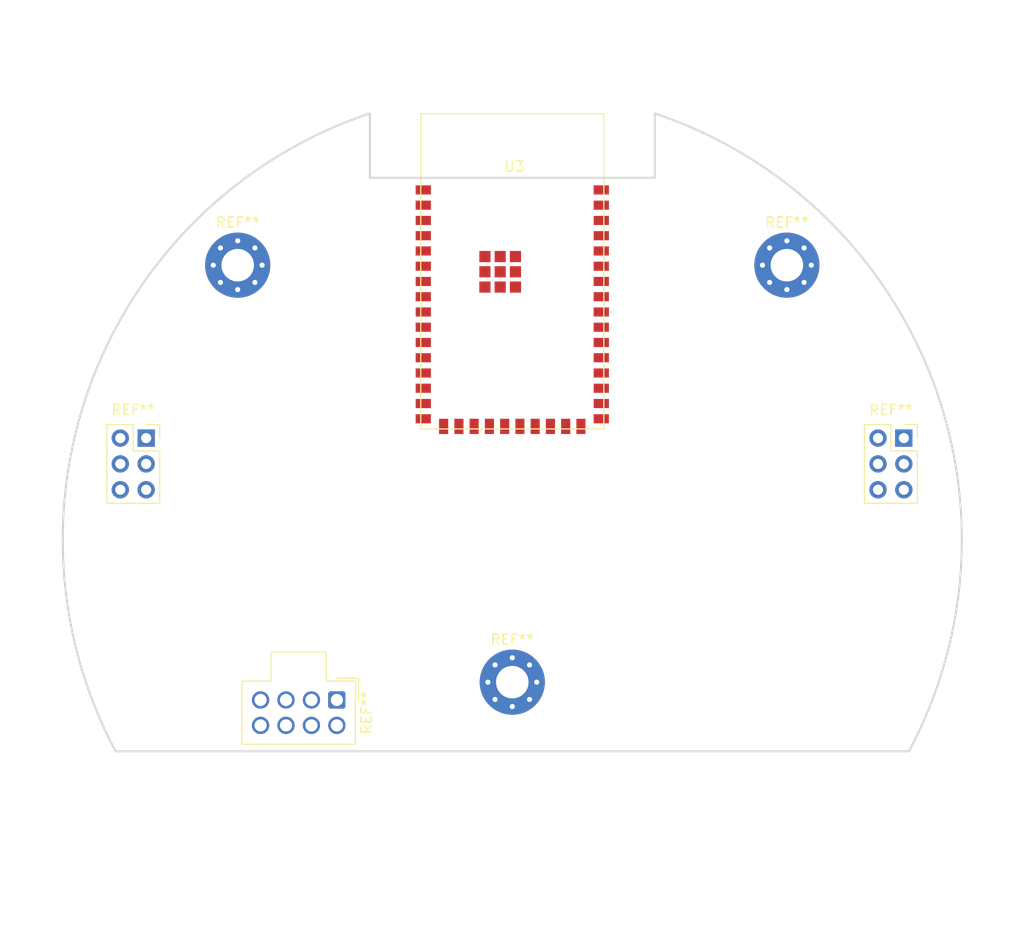
<source format=kicad_pcb>
(kicad_pcb (version 20171130) (host pcbnew "(5.1.10)-1")

  (general
    (thickness 1.6)
    (drawings 11)
    (tracks 0)
    (zones 0)
    (modules 7)
    (nets 41)
  )

  (page A4)
  (layers
    (0 F.Cu signal)
    (31 B.Cu signal)
    (32 B.Adhes user)
    (33 F.Adhes user)
    (34 B.Paste user)
    (35 F.Paste user)
    (36 B.SilkS user)
    (37 F.SilkS user)
    (38 B.Mask user)
    (39 F.Mask user)
    (40 Dwgs.User user)
    (41 Cmts.User user)
    (42 Eco1.User user)
    (43 Eco2.User user)
    (44 Edge.Cuts user)
    (45 Margin user)
    (46 B.CrtYd user)
    (47 F.CrtYd user)
    (48 B.Fab user)
    (49 F.Fab user)
  )

  (setup
    (last_trace_width 0.25)
    (trace_clearance 0.2)
    (zone_clearance 0.508)
    (zone_45_only no)
    (trace_min 0.2)
    (via_size 0.8)
    (via_drill 0.4)
    (via_min_size 0.4)
    (via_min_drill 0.3)
    (uvia_size 0.3)
    (uvia_drill 0.1)
    (uvias_allowed no)
    (uvia_min_size 0.2)
    (uvia_min_drill 0.1)
    (edge_width 0.05)
    (segment_width 0.2)
    (pcb_text_width 0.3)
    (pcb_text_size 1.5 1.5)
    (mod_edge_width 0.12)
    (mod_text_size 1 1)
    (mod_text_width 0.15)
    (pad_size 6.4 6.4)
    (pad_drill 3.2)
    (pad_to_mask_clearance 0.05)
    (aux_axis_origin 0 0)
    (visible_elements 7FFFFFFF)
    (pcbplotparams
      (layerselection 0x010fc_ffffffff)
      (usegerberextensions false)
      (usegerberattributes true)
      (usegerberadvancedattributes true)
      (creategerberjobfile true)
      (excludeedgelayer true)
      (linewidth 0.100000)
      (plotframeref false)
      (viasonmask false)
      (mode 1)
      (useauxorigin false)
      (hpglpennumber 1)
      (hpglpenspeed 20)
      (hpglpendiameter 15.000000)
      (psnegative false)
      (psa4output false)
      (plotreference true)
      (plotvalue true)
      (plotinvisibletext false)
      (padsonsilk false)
      (subtractmaskfromsilk false)
      (outputformat 1)
      (mirror false)
      (drillshape 1)
      (scaleselection 1)
      (outputdirectory ""))
  )

  (net 0 "")
  (net 1 GND)
  (net 2 +3V3)
  (net 3 "Net-(C2-Pad1)")
  (net 4 "Net-(C3-Pad2)")
  (net 5 /EN)
  (net 6 /TMS)
  (net 7 "Net-(R1-Pad1)")
  (net 8 "Net-(R4-Pad1)")
  (net 9 "Net-(R5-Pad1)")
  (net 10 /TCK)
  (net 11 "Net-(U3-Pad31)")
  (net 12 "Net-(U3-Pad27)")
  (net 13 "Net-(U3-Pad30)")
  (net 14 /TDO)
  (net 15 "Net-(U3-Pad28)")
  (net 16 "Net-(U3-Pad32)")
  (net 17 "Net-(U3-Pad37)")
  (net 18 "Net-(U3-Pad29)")
  (net 19 "Net-(U3-Pad38)")
  (net 20 /TDI)
  (net 21 "Net-(U3-Pad39)")
  (net 22 "Net-(U3-Pad40)")
  (net 23 "Net-(U3-Pad25)")
  (net 24 "Net-(U3-Pad24)")
  (net 25 "Net-(U3-Pad20)")
  (net 26 "Net-(U3-Pad17)")
  (net 27 "Net-(U3-Pad15)")
  (net 28 "Net-(U3-Pad16)")
  (net 29 "Net-(U3-Pad13)")
  (net 30 "Net-(U3-Pad14)")
  (net 31 "Net-(U3-Pad11)")
  (net 32 "Net-(U3-Pad12)")
  (net 33 "Net-(U3-Pad9)")
  (net 34 "Net-(U3-Pad10)")
  (net 35 "Net-(U3-Pad7)")
  (net 36 "Net-(U3-Pad8)")
  (net 37 "Net-(U3-Pad5)")
  (net 38 "Net-(U3-Pad6)")
  (net 39 "Net-(U3-Pad3)")
  (net 40 "Net-(U3-Pad4)")

  (net_class Default "This is the default net class."
    (clearance 0.2)
    (trace_width 0.25)
    (via_dia 0.8)
    (via_drill 0.4)
    (uvia_dia 0.3)
    (uvia_drill 0.1)
    (add_net +3V3)
    (add_net /EN)
    (add_net /TCK)
    (add_net /TDI)
    (add_net /TDO)
    (add_net /TMS)
    (add_net GND)
    (add_net "Net-(C2-Pad1)")
    (add_net "Net-(C3-Pad2)")
    (add_net "Net-(R1-Pad1)")
    (add_net "Net-(R4-Pad1)")
    (add_net "Net-(R5-Pad1)")
    (add_net "Net-(U3-Pad10)")
    (add_net "Net-(U3-Pad11)")
    (add_net "Net-(U3-Pad12)")
    (add_net "Net-(U3-Pad13)")
    (add_net "Net-(U3-Pad14)")
    (add_net "Net-(U3-Pad15)")
    (add_net "Net-(U3-Pad16)")
    (add_net "Net-(U3-Pad17)")
    (add_net "Net-(U3-Pad20)")
    (add_net "Net-(U3-Pad24)")
    (add_net "Net-(U3-Pad25)")
    (add_net "Net-(U3-Pad27)")
    (add_net "Net-(U3-Pad28)")
    (add_net "Net-(U3-Pad29)")
    (add_net "Net-(U3-Pad3)")
    (add_net "Net-(U3-Pad30)")
    (add_net "Net-(U3-Pad31)")
    (add_net "Net-(U3-Pad32)")
    (add_net "Net-(U3-Pad37)")
    (add_net "Net-(U3-Pad38)")
    (add_net "Net-(U3-Pad39)")
    (add_net "Net-(U3-Pad4)")
    (add_net "Net-(U3-Pad40)")
    (add_net "Net-(U3-Pad5)")
    (add_net "Net-(U3-Pad6)")
    (add_net "Net-(U3-Pad7)")
    (add_net "Net-(U3-Pad8)")
    (add_net "Net-(U3-Pad9)")
  )

  (module Connector_Molex:Molex_Nano-Fit_105310-xx08_2x04_P2.50mm_Vertical (layer F.Cu) (tedit 5B7830BB) (tstamp 60C94758)
    (at 132.75 115.75 270)
    (descr "Molex Nano-Fit Power Connectors, 105310-xx08, 4 Pins per row (http://www.molex.com/pdm_docs/sd/1053101208_sd.pdf), generated with kicad-footprint-generator")
    (tags "connector Molex Nano-Fit side entry")
    (fp_text reference REF** (at 1.25 -2.92 90) (layer F.SilkS)
      (effects (font (size 1 1) (thickness 0.15)))
    )
    (fp_text value Molex_Nano-Fit_105310-xx08_2x04_P2.50mm_Vertical (at 1.25 10.42 90) (layer F.Fab)
      (effects (font (size 1 1) (thickness 0.15)))
    )
    (fp_line (start 0 -1.012893) (end 0.5 -1.72) (layer F.Fab) (width 0.1))
    (fp_line (start -0.5 -1.72) (end 0 -1.012893) (layer F.Fab) (width 0.1))
    (fp_line (start -2.15 -2.13) (end -2.15 0) (layer F.SilkS) (width 0.12))
    (fp_line (start 0 -2.13) (end -2.15 -2.13) (layer F.SilkS) (width 0.12))
    (fp_line (start -2.02 1.65) (end -4.1 1.65) (layer F.Fab) (width 0.1))
    (fp_line (start -2.02 5.85) (end -2.02 1.65) (layer F.Fab) (width 0.1))
    (fp_line (start -4.1 5.85) (end -2.02 5.85) (layer F.Fab) (width 0.1))
    (fp_line (start -4.1 1.65) (end -4.1 5.85) (layer F.Fab) (width 0.1))
    (fp_line (start -5.1 6.85) (end -5.1 3.75) (layer F.CrtYd) (width 0.05))
    (fp_line (start -2.24 6.85) (end -5.1 6.85) (layer F.CrtYd) (width 0.05))
    (fp_line (start -2.24 9.72) (end -2.24 6.85) (layer F.CrtYd) (width 0.05))
    (fp_line (start 4.74 9.72) (end -2.24 9.72) (layer F.CrtYd) (width 0.05))
    (fp_line (start 4.74 3.75) (end 4.74 9.72) (layer F.CrtYd) (width 0.05))
    (fp_line (start -5.1 0.65) (end -5.1 3.75) (layer F.CrtYd) (width 0.05))
    (fp_line (start -2.24 0.65) (end -5.1 0.65) (layer F.CrtYd) (width 0.05))
    (fp_line (start -2.24 -2.22) (end -2.24 0.65) (layer F.CrtYd) (width 0.05))
    (fp_line (start 4.74 -2.22) (end -2.24 -2.22) (layer F.CrtYd) (width 0.05))
    (fp_line (start 4.74 3.75) (end 4.74 -2.22) (layer F.CrtYd) (width 0.05))
    (fp_line (start -4.71 6.46) (end -4.71 3.75) (layer F.SilkS) (width 0.12))
    (fp_line (start -1.85 6.46) (end -4.71 6.46) (layer F.SilkS) (width 0.12))
    (fp_line (start -1.85 9.33) (end -1.85 6.46) (layer F.SilkS) (width 0.12))
    (fp_line (start 4.35 9.33) (end -1.85 9.33) (layer F.SilkS) (width 0.12))
    (fp_line (start 4.35 3.75) (end 4.35 9.33) (layer F.SilkS) (width 0.12))
    (fp_line (start -4.71 1.04) (end -4.71 3.75) (layer F.SilkS) (width 0.12))
    (fp_line (start -1.85 1.04) (end -4.71 1.04) (layer F.SilkS) (width 0.12))
    (fp_line (start -1.85 -1.83) (end -1.85 1.04) (layer F.SilkS) (width 0.12))
    (fp_line (start 4.35 -1.83) (end -1.85 -1.83) (layer F.SilkS) (width 0.12))
    (fp_line (start 4.35 3.75) (end 4.35 -1.83) (layer F.SilkS) (width 0.12))
    (fp_line (start -4.6 6.35) (end -4.6 3.75) (layer F.Fab) (width 0.1))
    (fp_line (start -1.74 6.35) (end -4.6 6.35) (layer F.Fab) (width 0.1))
    (fp_line (start -1.74 9.22) (end -1.74 6.35) (layer F.Fab) (width 0.1))
    (fp_line (start 4.24 9.22) (end -1.74 9.22) (layer F.Fab) (width 0.1))
    (fp_line (start 4.24 3.75) (end 4.24 9.22) (layer F.Fab) (width 0.1))
    (fp_line (start -4.6 1.15) (end -4.6 3.75) (layer F.Fab) (width 0.1))
    (fp_line (start -1.74 1.15) (end -4.6 1.15) (layer F.Fab) (width 0.1))
    (fp_line (start -1.74 -1.72) (end -1.74 1.15) (layer F.Fab) (width 0.1))
    (fp_line (start 4.24 -1.72) (end -1.74 -1.72) (layer F.Fab) (width 0.1))
    (fp_line (start 4.24 3.75) (end 4.24 -1.72) (layer F.Fab) (width 0.1))
    (fp_text user %R (at 3.54 3.75) (layer F.Fab)
      (effects (font (size 1 1) (thickness 0.15)))
    )
    (pad "" np_thru_hole circle (at -1.34 3.75 270) (size 1.3 1.3) (drill 1.3) (layers *.Cu *.Mask))
    (pad 8 thru_hole circle (at 2.5 7.5 270) (size 1.7 1.7) (drill 1.2) (layers *.Cu *.Mask))
    (pad 7 thru_hole circle (at 2.5 5 270) (size 1.7 1.7) (drill 1.2) (layers *.Cu *.Mask))
    (pad 6 thru_hole circle (at 2.5 2.5 270) (size 1.7 1.7) (drill 1.2) (layers *.Cu *.Mask))
    (pad 5 thru_hole circle (at 2.5 0 270) (size 1.7 1.7) (drill 1.2) (layers *.Cu *.Mask))
    (pad 4 thru_hole circle (at 0 7.5 270) (size 1.7 1.7) (drill 1.2) (layers *.Cu *.Mask))
    (pad 3 thru_hole circle (at 0 5 270) (size 1.7 1.7) (drill 1.2) (layers *.Cu *.Mask))
    (pad 2 thru_hole circle (at 0 2.5 270) (size 1.7 1.7) (drill 1.2) (layers *.Cu *.Mask))
    (pad 1 thru_hole roundrect (at 0 0 270) (size 1.7 1.7) (drill 1.2) (layers *.Cu *.Mask) (roundrect_rratio 0.147059))
    (model ${KISYS3DMOD}/Connector_Molex.3dshapes/Molex_Nano-Fit_105310-xx08_2x04_P2.50mm_Vertical.wrl
      (at (xyz 0 0 0))
      (scale (xyz 1 1 1))
      (rotate (xyz 0 0 0))
    )
  )

  (module Connector_PinSocket_2.54mm:PinSocket_2x03_P2.54mm_Vertical (layer F.Cu) (tedit 5A19A425) (tstamp 60C94079)
    (at 188.5 90)
    (descr "Through hole straight socket strip, 2x03, 2.54mm pitch, double cols (from Kicad 4.0.7), script generated")
    (tags "Through hole socket strip THT 2x03 2.54mm double row")
    (fp_text reference REF** (at -1.27 -2.77) (layer F.SilkS)
      (effects (font (size 1 1) (thickness 0.15)))
    )
    (fp_text value PinSocket_2x03_P2.54mm_Vertical (at -1.27 7.85) (layer F.Fab)
      (effects (font (size 1 1) (thickness 0.15)))
    )
    (fp_line (start -3.81 -1.27) (end 0.27 -1.27) (layer F.Fab) (width 0.1))
    (fp_line (start 0.27 -1.27) (end 1.27 -0.27) (layer F.Fab) (width 0.1))
    (fp_line (start 1.27 -0.27) (end 1.27 6.35) (layer F.Fab) (width 0.1))
    (fp_line (start 1.27 6.35) (end -3.81 6.35) (layer F.Fab) (width 0.1))
    (fp_line (start -3.81 6.35) (end -3.81 -1.27) (layer F.Fab) (width 0.1))
    (fp_line (start -3.87 -1.33) (end -1.27 -1.33) (layer F.SilkS) (width 0.12))
    (fp_line (start -3.87 -1.33) (end -3.87 6.41) (layer F.SilkS) (width 0.12))
    (fp_line (start -3.87 6.41) (end 1.33 6.41) (layer F.SilkS) (width 0.12))
    (fp_line (start 1.33 1.27) (end 1.33 6.41) (layer F.SilkS) (width 0.12))
    (fp_line (start -1.27 1.27) (end 1.33 1.27) (layer F.SilkS) (width 0.12))
    (fp_line (start -1.27 -1.33) (end -1.27 1.27) (layer F.SilkS) (width 0.12))
    (fp_line (start 1.33 -1.33) (end 1.33 0) (layer F.SilkS) (width 0.12))
    (fp_line (start 0 -1.33) (end 1.33 -1.33) (layer F.SilkS) (width 0.12))
    (fp_line (start -4.34 -1.8) (end 1.76 -1.8) (layer F.CrtYd) (width 0.05))
    (fp_line (start 1.76 -1.8) (end 1.76 6.85) (layer F.CrtYd) (width 0.05))
    (fp_line (start 1.76 6.85) (end -4.34 6.85) (layer F.CrtYd) (width 0.05))
    (fp_line (start -4.34 6.85) (end -4.34 -1.8) (layer F.CrtYd) (width 0.05))
    (fp_text user %R (at -1.27 2.54 90) (layer F.Fab)
      (effects (font (size 1 1) (thickness 0.15)))
    )
    (pad 1 thru_hole rect (at 0 0) (size 1.7 1.7) (drill 1) (layers *.Cu *.Mask))
    (pad 2 thru_hole oval (at -2.54 0) (size 1.7 1.7) (drill 1) (layers *.Cu *.Mask))
    (pad 3 thru_hole oval (at 0 2.54) (size 1.7 1.7) (drill 1) (layers *.Cu *.Mask))
    (pad 4 thru_hole oval (at -2.54 2.54) (size 1.7 1.7) (drill 1) (layers *.Cu *.Mask))
    (pad 5 thru_hole oval (at 0 5.08) (size 1.7 1.7) (drill 1) (layers *.Cu *.Mask))
    (pad 6 thru_hole oval (at -2.54 5.08) (size 1.7 1.7) (drill 1) (layers *.Cu *.Mask))
    (model ${KISYS3DMOD}/Connector_PinSocket_2.54mm.3dshapes/PinSocket_2x03_P2.54mm_Vertical.wrl
      (at (xyz 0 0 0))
      (scale (xyz 1 1 1))
      (rotate (xyz 0 0 0))
    )
  )

  (module Connector_PinSocket_2.54mm:PinSocket_2x03_P2.54mm_Vertical (layer F.Cu) (tedit 5A19A425) (tstamp 60C94041)
    (at 114 90)
    (descr "Through hole straight socket strip, 2x03, 2.54mm pitch, double cols (from Kicad 4.0.7), script generated")
    (tags "Through hole socket strip THT 2x03 2.54mm double row")
    (fp_text reference REF** (at -1.27 -2.77) (layer F.SilkS)
      (effects (font (size 1 1) (thickness 0.15)))
    )
    (fp_text value PinSocket_2x03_P2.54mm_Vertical (at -1.27 7.85) (layer F.Fab)
      (effects (font (size 1 1) (thickness 0.15)))
    )
    (fp_line (start -4.34 6.85) (end -4.34 -1.8) (layer F.CrtYd) (width 0.05))
    (fp_line (start 1.76 6.85) (end -4.34 6.85) (layer F.CrtYd) (width 0.05))
    (fp_line (start 1.76 -1.8) (end 1.76 6.85) (layer F.CrtYd) (width 0.05))
    (fp_line (start -4.34 -1.8) (end 1.76 -1.8) (layer F.CrtYd) (width 0.05))
    (fp_line (start 0 -1.33) (end 1.33 -1.33) (layer F.SilkS) (width 0.12))
    (fp_line (start 1.33 -1.33) (end 1.33 0) (layer F.SilkS) (width 0.12))
    (fp_line (start -1.27 -1.33) (end -1.27 1.27) (layer F.SilkS) (width 0.12))
    (fp_line (start -1.27 1.27) (end 1.33 1.27) (layer F.SilkS) (width 0.12))
    (fp_line (start 1.33 1.27) (end 1.33 6.41) (layer F.SilkS) (width 0.12))
    (fp_line (start -3.87 6.41) (end 1.33 6.41) (layer F.SilkS) (width 0.12))
    (fp_line (start -3.87 -1.33) (end -3.87 6.41) (layer F.SilkS) (width 0.12))
    (fp_line (start -3.87 -1.33) (end -1.27 -1.33) (layer F.SilkS) (width 0.12))
    (fp_line (start -3.81 6.35) (end -3.81 -1.27) (layer F.Fab) (width 0.1))
    (fp_line (start 1.27 6.35) (end -3.81 6.35) (layer F.Fab) (width 0.1))
    (fp_line (start 1.27 -0.27) (end 1.27 6.35) (layer F.Fab) (width 0.1))
    (fp_line (start 0.27 -1.27) (end 1.27 -0.27) (layer F.Fab) (width 0.1))
    (fp_line (start -3.81 -1.27) (end 0.27 -1.27) (layer F.Fab) (width 0.1))
    (fp_text user %R (at -1.27 2.54 90) (layer F.Fab)
      (effects (font (size 1 1) (thickness 0.15)))
    )
    (pad 6 thru_hole oval (at -2.54 5.08) (size 1.7 1.7) (drill 1) (layers *.Cu *.Mask))
    (pad 5 thru_hole oval (at 0 5.08) (size 1.7 1.7) (drill 1) (layers *.Cu *.Mask))
    (pad 4 thru_hole oval (at -2.54 2.54) (size 1.7 1.7) (drill 1) (layers *.Cu *.Mask))
    (pad 3 thru_hole oval (at 0 2.54) (size 1.7 1.7) (drill 1) (layers *.Cu *.Mask))
    (pad 2 thru_hole oval (at -2.54 0) (size 1.7 1.7) (drill 1) (layers *.Cu *.Mask))
    (pad 1 thru_hole rect (at 0 0) (size 1.7 1.7) (drill 1) (layers *.Cu *.Mask))
    (model ${KISYS3DMOD}/Connector_PinSocket_2.54mm.3dshapes/PinSocket_2x03_P2.54mm_Vertical.wrl
      (at (xyz 0 0 0))
      (scale (xyz 1 1 1))
      (rotate (xyz 0 0 0))
    )
  )

  (module MountingHole:MountingHole_3.2mm_M3_Pad_Via (layer F.Cu) (tedit 60BFD797) (tstamp 60C11D1A)
    (at 150 114)
    (descr "Mounting Hole 3.2mm, M3")
    (tags "mounting hole 3.2mm m3")
    (attr virtual)
    (fp_text reference REF** (at 0 -4.2) (layer F.SilkS)
      (effects (font (size 1 1) (thickness 0.15)))
    )
    (fp_text value MountingHole_3.2mm_M3_Pad_Via (at 0 4.2) (layer F.Fab)
      (effects (font (size 1 1) (thickness 0.15)))
    )
    (fp_circle (center 0 0) (end 3.45 0) (layer F.CrtYd) (width 0.05))
    (fp_circle (center 0 0) (end 3.2 0) (layer Cmts.User) (width 0.15))
    (fp_text user %R (at 0.3 0) (layer F.Fab)
      (effects (font (size 1 1) (thickness 0.15)))
    )
    (pad 1 thru_hole circle (at 1.697056 -1.697056) (size 0.8 0.8) (drill 0.5) (layers *.Cu *.Mask))
    (pad 1 thru_hole circle (at 0 -2.4) (size 0.8 0.8) (drill 0.5) (layers *.Cu *.Mask))
    (pad 1 thru_hole circle (at -1.697056 -1.697056) (size 0.8 0.8) (drill 0.5) (layers *.Cu *.Mask))
    (pad 1 thru_hole circle (at -2.4 0) (size 0.8 0.8) (drill 0.5) (layers *.Cu *.Mask))
    (pad 1 thru_hole circle (at -1.697056 1.697056) (size 0.8 0.8) (drill 0.5) (layers *.Cu *.Mask))
    (pad 1 thru_hole circle (at 0 2.4) (size 0.8 0.8) (drill 0.5) (layers *.Cu *.Mask))
    (pad 1 thru_hole circle (at 1.697056 1.697056) (size 0.8 0.8) (drill 0.5) (layers *.Cu *.Mask))
    (pad 1 thru_hole circle (at 2.4 0) (size 0.8 0.8) (drill 0.5) (layers *.Cu *.Mask))
    (pad 1 thru_hole circle (at 0 0) (size 6.4 6.4) (drill 3.2) (layers *.Cu *.Mask)
      (net 1 GND))
  )

  (module MountingHole:MountingHole_3.2mm_M3_Pad_Via (layer F.Cu) (tedit 60BFD786) (tstamp 60C1194A)
    (at 123 73)
    (descr "Mounting Hole 3.2mm, M3")
    (tags "mounting hole 3.2mm m3")
    (attr virtual)
    (fp_text reference REF** (at 0 -4.2) (layer F.SilkS)
      (effects (font (size 1 1) (thickness 0.15)))
    )
    (fp_text value MountingHole_3.2mm_M3_Pad_Via (at 0 4.2) (layer F.Fab)
      (effects (font (size 1 1) (thickness 0.15)))
    )
    (fp_circle (center 0 0) (end 3.2 0) (layer Cmts.User) (width 0.15))
    (fp_circle (center 0 0) (end 3.45 0) (layer F.CrtYd) (width 0.05))
    (fp_text user %R (at 0.3 0) (layer F.Fab)
      (effects (font (size 1 1) (thickness 0.15)))
    )
    (pad 1 thru_hole circle (at 0 0) (size 6.4 6.4) (drill 3.2) (layers *.Cu *.Mask)
      (net 1 GND))
    (pad 1 thru_hole circle (at 2.4 0) (size 0.8 0.8) (drill 0.5) (layers *.Cu *.Mask))
    (pad 1 thru_hole circle (at 1.697056 1.697056) (size 0.8 0.8) (drill 0.5) (layers *.Cu *.Mask))
    (pad 1 thru_hole circle (at 0 2.4) (size 0.8 0.8) (drill 0.5) (layers *.Cu *.Mask))
    (pad 1 thru_hole circle (at -1.697056 1.697056) (size 0.8 0.8) (drill 0.5) (layers *.Cu *.Mask))
    (pad 1 thru_hole circle (at -2.4 0) (size 0.8 0.8) (drill 0.5) (layers *.Cu *.Mask))
    (pad 1 thru_hole circle (at -1.697056 -1.697056) (size 0.8 0.8) (drill 0.5) (layers *.Cu *.Mask))
    (pad 1 thru_hole circle (at 0 -2.4) (size 0.8 0.8) (drill 0.5) (layers *.Cu *.Mask))
    (pad 1 thru_hole circle (at 1.697056 -1.697056) (size 0.8 0.8) (drill 0.5) (layers *.Cu *.Mask))
  )

  (module MountingHole:MountingHole_3.2mm_M3_Pad_Via (layer F.Cu) (tedit 60BFD78D) (tstamp 60C11917)
    (at 177 73)
    (descr "Mounting Hole 3.2mm, M3")
    (tags "mounting hole 3.2mm m3")
    (attr virtual)
    (fp_text reference REF** (at 0 -4.2) (layer F.SilkS)
      (effects (font (size 1 1) (thickness 0.15)))
    )
    (fp_text value MountingHole_3.2mm_M3_Pad_Via (at 0 4.2) (layer F.Fab)
      (effects (font (size 1 1) (thickness 0.15)))
    )
    (fp_circle (center 0 0) (end 3.45 0) (layer F.CrtYd) (width 0.05))
    (fp_circle (center 0 0) (end 3.2 0) (layer Cmts.User) (width 0.15))
    (fp_text user %R (at 0.3 0) (layer F.Fab)
      (effects (font (size 1 1) (thickness 0.15)))
    )
    (pad 1 thru_hole circle (at 1.697056 -1.697056) (size 0.8 0.8) (drill 0.5) (layers *.Cu *.Mask))
    (pad 1 thru_hole circle (at 0 -2.4) (size 0.8 0.8) (drill 0.5) (layers *.Cu *.Mask))
    (pad 1 thru_hole circle (at -1.697056 -1.697056) (size 0.8 0.8) (drill 0.5) (layers *.Cu *.Mask))
    (pad 1 thru_hole circle (at -2.4 0) (size 0.8 0.8) (drill 0.5) (layers *.Cu *.Mask))
    (pad 1 thru_hole circle (at -1.697056 1.697056) (size 0.8 0.8) (drill 0.5) (layers *.Cu *.Mask))
    (pad 1 thru_hole circle (at 0 2.4) (size 0.8 0.8) (drill 0.5) (layers *.Cu *.Mask))
    (pad 1 thru_hole circle (at 1.697056 1.697056) (size 0.8 0.8) (drill 0.5) (layers *.Cu *.Mask))
    (pad 1 thru_hole circle (at 2.4 0) (size 0.8 0.8) (drill 0.5) (layers *.Cu *.Mask))
    (pad 1 thru_hole circle (at 0 0) (size 6.4 6.4) (drill 3.2) (layers *.Cu *.Mask)
      (net 1 GND))
  )

  (module ESP32-s2:ESP32-S2-WROOM (layer F.Cu) (tedit 5FF727DE) (tstamp 60C1147E)
    (at 141 58.1)
    (path /60AC59BD)
    (fp_text reference U3 (at 9.2 5.2) (layer F.SilkS)
      (effects (font (size 1 1) (thickness 0.15)))
    )
    (fp_text value ESP32-S2-WROOM (at 9.2 4.2) (layer F.Fab)
      (effects (font (size 1 1) (thickness 0.15)))
    )
    (fp_line (start 0 6.3) (end 18 6.3) (layer F.SilkS) (width 0.12))
    (fp_line (start 0 31) (end 0 0) (layer F.SilkS) (width 0.12))
    (fp_line (start 18 31) (end 0 31) (layer F.SilkS) (width 0.12))
    (fp_line (start 18 0) (end 18 31) (layer F.SilkS) (width 0.12))
    (fp_line (start 0 0) (end 18 0) (layer F.SilkS) (width 0.12))
    (pad 43 smd rect (at 6.31 14.05) (size 1.1 1.1) (layers F.Cu F.Paste F.Mask)
      (net 1 GND))
    (pad 43 smd rect (at 6.31 15.55) (size 1.1 1.1) (layers F.Cu F.Paste F.Mask)
      (net 1 GND))
    (pad 43 smd rect (at 6.31 17.05) (size 1.1 1.1) (layers F.Cu F.Paste F.Mask)
      (net 1 GND))
    (pad 43 smd rect (at 9.31 14.05) (size 1.1 1.1) (layers F.Cu F.Paste F.Mask)
      (net 1 GND))
    (pad 43 smd rect (at 9.31 15.55) (size 1.1 1.1) (layers F.Cu F.Paste F.Mask)
      (net 1 GND))
    (pad 43 smd rect (at 9.31 17.05) (size 1.1 1.1) (layers F.Cu F.Paste F.Mask)
      (net 1 GND))
    (pad 43 smd rect (at 7.81 17.05) (size 1.1 1.1) (layers F.Cu F.Paste F.Mask)
      (net 1 GND))
    (pad 43 smd rect (at 7.81 14.05) (size 1.1 1.1) (layers F.Cu F.Paste F.Mask)
      (net 1 GND))
    (pad 43 smd rect (at 7.81 15.55) (size 1.1 1.1) (layers F.Cu F.Paste F.Mask)
      (net 1 GND))
    (pad 31 smd rect (at 17.75 24) (size 1.5 0.9) (layers F.Cu F.Paste F.Mask)
      (net 11 "Net-(U3-Pad31)"))
    (pad 42 smd rect (at 17.75 7.5) (size 1.5 0.9) (layers F.Cu F.Paste F.Mask)
      (net 1 GND))
    (pad 27 smd rect (at 17.75 30) (size 1.5 0.9) (layers F.Cu F.Paste F.Mask)
      (net 12 "Net-(U3-Pad27)"))
    (pad 41 smd rect (at 17.75 9) (size 1.5 0.9) (layers F.Cu F.Paste F.Mask)
      (net 5 /EN))
    (pad 30 smd rect (at 17.75 25.5) (size 1.5 0.9) (layers F.Cu F.Paste F.Mask)
      (net 13 "Net-(U3-Pad30)"))
    (pad 34 smd rect (at 17.75 19.5) (size 1.5 0.9) (layers F.Cu F.Paste F.Mask)
      (net 14 /TDO))
    (pad 28 smd rect (at 17.75 28.5) (size 1.5 0.9) (layers F.Cu F.Paste F.Mask)
      (net 15 "Net-(U3-Pad28)"))
    (pad 32 smd rect (at 17.75 22.5) (size 1.5 0.9) (layers F.Cu F.Paste F.Mask)
      (net 16 "Net-(U3-Pad32)"))
    (pad 37 smd rect (at 17.75 15) (size 1.5 0.9) (layers F.Cu F.Paste F.Mask)
      (net 17 "Net-(U3-Pad37)"))
    (pad 29 smd rect (at 17.75 27) (size 1.5 0.9) (layers F.Cu F.Paste F.Mask)
      (net 18 "Net-(U3-Pad29)"))
    (pad 38 smd rect (at 17.75 13.5) (size 1.5 0.9) (layers F.Cu F.Paste F.Mask)
      (net 19 "Net-(U3-Pad38)"))
    (pad 36 smd rect (at 17.75 16.5) (size 1.5 0.9) (layers F.Cu F.Paste F.Mask)
      (net 6 /TMS))
    (pad 33 smd rect (at 17.75 21) (size 1.5 0.9) (layers F.Cu F.Paste F.Mask)
      (net 10 /TCK))
    (pad 35 smd rect (at 17.75 18) (size 1.5 0.9) (layers F.Cu F.Paste F.Mask)
      (net 20 /TDI))
    (pad 39 smd rect (at 17.75 12) (size 1.5 0.9) (layers F.Cu F.Paste F.Mask)
      (net 21 "Net-(U3-Pad39)"))
    (pad 40 smd rect (at 17.75 10.5) (size 1.5 0.9) (layers F.Cu F.Paste F.Mask)
      (net 22 "Net-(U3-Pad40)"))
    (pad 25 smd rect (at 14.25 30.75 90) (size 1.5 0.9) (layers F.Cu F.Paste F.Mask)
      (net 23 "Net-(U3-Pad25)"))
    (pad 26 smd rect (at 15.75 30.75 90) (size 1.5 0.9) (layers F.Cu F.Paste F.Mask)
      (net 1 GND))
    (pad 23 smd rect (at 11.25 30.75 90) (size 1.5 0.9) (layers F.Cu F.Paste F.Mask)
      (net 8 "Net-(R4-Pad1)"))
    (pad 24 smd rect (at 12.75 30.75 90) (size 1.5 0.9) (layers F.Cu F.Paste F.Mask)
      (net 24 "Net-(U3-Pad24)"))
    (pad 21 smd rect (at 8.25 30.75 90) (size 1.5 0.9) (layers F.Cu F.Paste F.Mask)
      (net 7 "Net-(R1-Pad1)"))
    (pad 22 smd rect (at 9.75 30.75 90) (size 1.5 0.9) (layers F.Cu F.Paste F.Mask)
      (net 9 "Net-(R5-Pad1)"))
    (pad 19 smd rect (at 5.25 30.75 90) (size 1.5 0.9) (layers F.Cu F.Paste F.Mask)
      (net 4 "Net-(C3-Pad2)"))
    (pad 20 smd rect (at 6.75 30.75 90) (size 1.5 0.9) (layers F.Cu F.Paste F.Mask)
      (net 25 "Net-(U3-Pad20)"))
    (pad 18 smd rect (at 3.75 30.75 90) (size 1.5 0.9) (layers F.Cu F.Paste F.Mask)
      (net 3 "Net-(C2-Pad1)"))
    (pad 17 smd rect (at 2.25 30.75 90) (size 1.5 0.9) (layers F.Cu F.Paste F.Mask)
      (net 26 "Net-(U3-Pad17)"))
    (pad 15 smd rect (at 0.25 28.5) (size 1.5 0.9) (layers F.Cu F.Paste F.Mask)
      (net 27 "Net-(U3-Pad15)"))
    (pad 16 smd rect (at 0.25 30) (size 1.5 0.9) (layers F.Cu F.Paste F.Mask)
      (net 28 "Net-(U3-Pad16)"))
    (pad 13 smd rect (at 0.25 25.5) (size 1.5 0.9) (layers F.Cu F.Paste F.Mask)
      (net 29 "Net-(U3-Pad13)"))
    (pad 14 smd rect (at 0.25 27) (size 1.5 0.9) (layers F.Cu F.Paste F.Mask)
      (net 30 "Net-(U3-Pad14)"))
    (pad 11 smd rect (at 0.25 22.5) (size 1.5 0.9) (layers F.Cu F.Paste F.Mask)
      (net 31 "Net-(U3-Pad11)"))
    (pad 12 smd rect (at 0.25 24) (size 1.5 0.9) (layers F.Cu F.Paste F.Mask)
      (net 32 "Net-(U3-Pad12)"))
    (pad 9 smd rect (at 0.25 19.5) (size 1.5 0.9) (layers F.Cu F.Paste F.Mask)
      (net 33 "Net-(U3-Pad9)"))
    (pad 10 smd rect (at 0.25 21) (size 1.5 0.9) (layers F.Cu F.Paste F.Mask)
      (net 34 "Net-(U3-Pad10)"))
    (pad 7 smd rect (at 0.25 16.5) (size 1.5 0.9) (layers F.Cu F.Paste F.Mask)
      (net 35 "Net-(U3-Pad7)"))
    (pad 8 smd rect (at 0.25 18) (size 1.5 0.9) (layers F.Cu F.Paste F.Mask)
      (net 36 "Net-(U3-Pad8)"))
    (pad 5 smd rect (at 0.25 13.5) (size 1.5 0.9) (layers F.Cu F.Paste F.Mask)
      (net 37 "Net-(U3-Pad5)"))
    (pad 6 smd rect (at 0.25 15) (size 1.5 0.9) (layers F.Cu F.Paste F.Mask)
      (net 38 "Net-(U3-Pad6)"))
    (pad 3 smd rect (at 0.25 10.5) (size 1.5 0.9) (layers F.Cu F.Paste F.Mask)
      (net 39 "Net-(U3-Pad3)"))
    (pad 4 smd rect (at 0.25 12) (size 1.5 0.9) (layers F.Cu F.Paste F.Mask)
      (net 40 "Net-(U3-Pad4)"))
    (pad 2 smd rect (at 0.25 9) (size 1.5 0.9) (layers F.Cu F.Paste F.Mask)
      (net 2 +3V3))
    (pad 1 smd rect (at 0.25 7.5) (size 1.5 0.9) (layers F.Cu F.Paste F.Mask)
      (net 1 GND))
    (model ${KIPRJMOD}/3d/ESP32-S2-WROVER.STEP
      (offset (xyz 9 -15.5 0))
      (scale (xyz 1 1 1))
      (rotate (xyz 0 0 0))
    )
  )

  (gr_line (start 150 120.8) (end 150 47) (layer Cmts.User) (width 0.15))
  (dimension 39 (width 0.15) (layer Dwgs.User)
    (gr_text "39.000 mm" (at 130.5 127.3) (layer Dwgs.User)
      (effects (font (size 1 1) (thickness 0.15)))
    )
    (feature1 (pts (xy 150 120.8) (xy 150 126.586421)))
    (feature2 (pts (xy 111 120.8) (xy 111 126.586421)))
    (crossbar (pts (xy 111 126) (xy 150 126)))
    (arrow1a (pts (xy 150 126) (xy 148.873496 126.586421)))
    (arrow1b (pts (xy 150 126) (xy 148.873496 125.413579)))
    (arrow2a (pts (xy 111 126) (xy 112.126504 126.586421)))
    (arrow2b (pts (xy 111 126) (xy 112.126504 125.413579)))
  )
  (dimension 78 (width 0.15) (layer Dwgs.User)
    (gr_text "78.000 mm" (at 150 131.3) (layer Dwgs.User)
      (effects (font (size 1 1) (thickness 0.15)))
    )
    (feature1 (pts (xy 189 120.8) (xy 189 130.586421)))
    (feature2 (pts (xy 111 120.8) (xy 111 130.586421)))
    (crossbar (pts (xy 111 130) (xy 189 130)))
    (arrow1a (pts (xy 189 130) (xy 187.873496 130.586421)))
    (arrow1b (pts (xy 189 130) (xy 187.873496 129.413579)))
    (arrow2a (pts (xy 111 130) (xy 112.126504 130.586421)))
    (arrow2b (pts (xy 111 130) (xy 112.126504 129.413579)))
  )
  (gr_arc (start 150 100) (end 189 120.8) (angle -99.6) (layer Edge.Cuts) (width 0.2) (tstamp 60C91C52))
  (gr_arc (start 150 100) (end 111 120.8) (angle 99.6) (layer Edge.Cuts) (width 0.2))
  (gr_line (start 135.995264 64.4) (end 135.995264 58.077365) (layer Edge.Cuts) (width 0.2) (tstamp 60C91A88))
  (gr_line (start 164 64.4) (end 136 64.4) (layer Edge.Cuts) (width 0.2) (tstamp 60C91A87))
  (gr_line (start 164.004736 64.4) (end 164.004736 58.077365) (layer Edge.Cuts) (width 0.2) (tstamp 60C91A86))
  (gr_line (start 136 58) (end 164 58) (layer Cmts.User) (width 0.15) (tstamp 60C91EB4))
  (gr_text "Antenna Cutout" (at 141.7 54.7) (layer Cmts.User)
    (effects (font (size 1 1) (thickness 0.15)))
  )
  (gr_line (start 111 120.8) (end 189 120.8) (layer Edge.Cuts) (width 0.2) (tstamp 60C0C93D))

)

</source>
